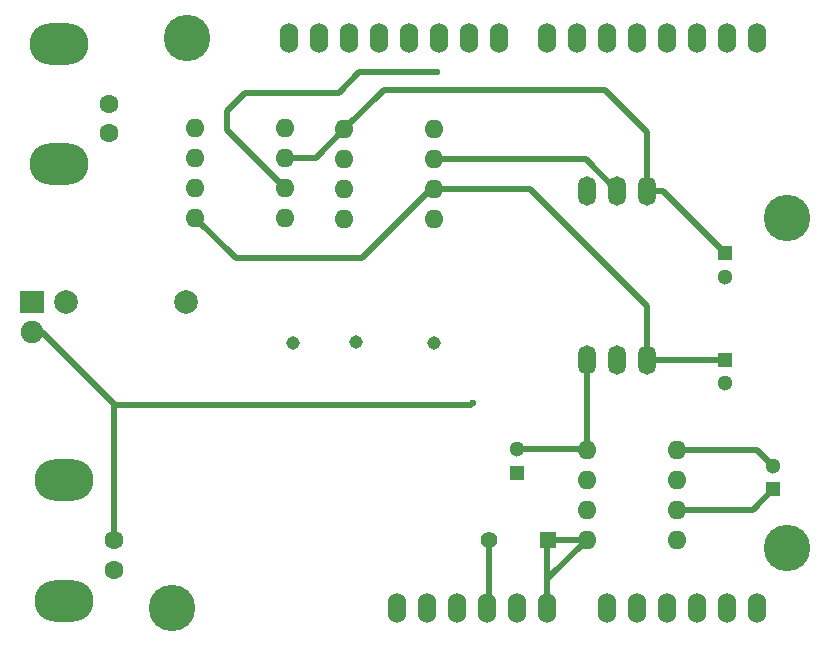
<source format=gtl>
G04 #@! TF.FileFunction,Copper,L1,Top,Signal*
%FSLAX46Y46*%
G04 Gerber Fmt 4.6, Leading zero omitted, Abs format (unit mm)*
G04 Created by KiCad (PCBNEW 4.0.2+dfsg1-stable) date Fri 22 Sep 2017 10:08:28 AM EDT*
%MOMM*%
G01*
G04 APERTURE LIST*
%ADD10C,0.100000*%
%ADD11R,1.300000X1.300000*%
%ADD12C,1.300000*%
%ADD13R,1.400000X1.400000*%
%ADD14C,1.400000*%
%ADD15R,2.000000X1.900000*%
%ADD16C,1.900000*%
%ADD17O,5.001260X3.500120*%
%ADD18C,1.600200*%
%ADD19C,1.998980*%
%ADD20O,1.524000X2.540000*%
%ADD21C,3.937000*%
%ADD22O,1.600000X1.600000*%
%ADD23O,1.501140X2.499360*%
%ADD24C,1.143000*%
%ADD25C,0.600000*%
%ADD26C,0.500000*%
%ADD27C,0.250000*%
G04 APERTURE END LIST*
D10*
D11*
X213360000Y-92392500D03*
D12*
X213360000Y-90392500D03*
D11*
X191643000Y-90995500D03*
D12*
X191643000Y-88995500D03*
D13*
X194310000Y-96647000D03*
D14*
X189310000Y-96647000D03*
D11*
X209296000Y-72390000D03*
D12*
X209296000Y-74390000D03*
D11*
X209296000Y-81407000D03*
D12*
X209296000Y-83407000D03*
D15*
X150558500Y-76517500D03*
D16*
X150558500Y-79057500D03*
D17*
X152882600Y-64851280D03*
X152882600Y-54653180D03*
D18*
X157147260Y-59753500D03*
X157147260Y-62252860D03*
D17*
X153263600Y-101808280D03*
X153263600Y-91610180D03*
D18*
X157528260Y-96710500D03*
X157528260Y-99209860D03*
D19*
X153479500Y-76517500D03*
X163639500Y-76517500D03*
D20*
X212001100Y-102463600D03*
X209461100Y-102463600D03*
X206921100Y-102463600D03*
X199301100Y-102463600D03*
X201841100Y-102463600D03*
X204381100Y-102463600D03*
X194221100Y-102463600D03*
X191681100Y-102463600D03*
X189141100Y-102463600D03*
X184061100Y-102463600D03*
X181521100Y-102463600D03*
X212001100Y-54203600D03*
X209461100Y-54203600D03*
X206921100Y-54203600D03*
X204381100Y-54203600D03*
X201841100Y-54203600D03*
X199301100Y-54203600D03*
X196761100Y-54203600D03*
X194221100Y-54203600D03*
X190157100Y-54203600D03*
X187617100Y-54203600D03*
X185077100Y-54203600D03*
X182537100Y-54203600D03*
X179997100Y-54203600D03*
X177457100Y-54203600D03*
X174917100Y-54203600D03*
X172377100Y-54203600D03*
X186601100Y-102463600D03*
D21*
X214541100Y-97383600D03*
X214541100Y-69443600D03*
X163741100Y-54203600D03*
X162471100Y-102463600D03*
D22*
X164401500Y-61785500D03*
X164401500Y-64325500D03*
X164401500Y-66865500D03*
X164401500Y-69405500D03*
X172021500Y-69405500D03*
X172021500Y-66865500D03*
X172021500Y-64325500D03*
X172021500Y-61785500D03*
X205168500Y-96647000D03*
X205168500Y-94107000D03*
X205168500Y-91567000D03*
X205168500Y-89027000D03*
X197548500Y-89027000D03*
X197548500Y-91567000D03*
X197548500Y-94107000D03*
X197548500Y-96647000D03*
X184658000Y-69532500D03*
X184658000Y-66992500D03*
X184658000Y-64452500D03*
X184658000Y-61912500D03*
X177038000Y-61912500D03*
X177038000Y-64452500D03*
X177038000Y-66992500D03*
X177038000Y-69532500D03*
D23*
X200152000Y-67119500D03*
X197612000Y-67119500D03*
X202692000Y-67119500D03*
X200088500Y-81407000D03*
X197548500Y-81407000D03*
X202628500Y-81407000D03*
D24*
X172656500Y-80010000D03*
X178054000Y-79946500D03*
X184658000Y-80010000D03*
D25*
X187960000Y-85090000D03*
X184848500Y-57086500D03*
D26*
X205168500Y-94107000D02*
X211645500Y-94107000D01*
X211645500Y-94107000D02*
X213360000Y-92392500D01*
X205168500Y-89027000D02*
X211994500Y-89027000D01*
X211994500Y-89027000D02*
X213360000Y-90392500D01*
X189310000Y-96647000D02*
X189310000Y-102294700D01*
D27*
X189310000Y-102294700D02*
X189141100Y-102463600D01*
D26*
X184658000Y-64452500D02*
X197485000Y-64452500D01*
X197485000Y-64452500D02*
X200152000Y-67119500D01*
X191643000Y-88995500D02*
X197517000Y-88995500D01*
D27*
X197517000Y-88995500D02*
X197548500Y-89027000D01*
D26*
X197548500Y-89027000D02*
X197548500Y-81407000D01*
X172021500Y-64325500D02*
X174625000Y-64325500D01*
X174625000Y-64325500D02*
X177038000Y-61912500D01*
X202692000Y-67119500D02*
X202692000Y-62166500D01*
X180403500Y-58547000D02*
X177038000Y-61912500D01*
X199072500Y-58547000D02*
X180403500Y-58547000D01*
X202692000Y-62166500D02*
X199072500Y-58547000D01*
X202692000Y-67119500D02*
X204025500Y-67119500D01*
X204025500Y-67119500D02*
X209296000Y-72390000D01*
D27*
X184658000Y-66992500D02*
X184340500Y-66992500D01*
D26*
X184340500Y-66992500D02*
X178498500Y-72834500D01*
X167830500Y-72834500D02*
X164401500Y-69405500D01*
X178498500Y-72834500D02*
X167830500Y-72834500D01*
X202628500Y-81407000D02*
X202628500Y-76835000D01*
X192786000Y-66992500D02*
X184658000Y-66992500D01*
X202628500Y-76835000D02*
X192786000Y-66992500D01*
X202628500Y-81407000D02*
X209296000Y-81407000D01*
D27*
X187960000Y-85090000D02*
X187769500Y-85280500D01*
D26*
X187769500Y-85280500D02*
X157528260Y-85280500D01*
D27*
X150558500Y-79057500D02*
X151447500Y-79057500D01*
D26*
X151447500Y-79057500D02*
X157528260Y-85138260D01*
D27*
X157528260Y-85138260D02*
X157528260Y-85280500D01*
D26*
X157528260Y-85280500D02*
X157528260Y-96710500D01*
X197548500Y-96647000D02*
X194310000Y-96647000D01*
X194221100Y-102463600D02*
X194221100Y-96735900D01*
D27*
X194221100Y-96735900D02*
X194310000Y-96647000D01*
X194221100Y-102463600D02*
X194221100Y-99974400D01*
D26*
X194221100Y-99974400D02*
X197548500Y-96647000D01*
X172021500Y-66865500D02*
X167132000Y-61976000D01*
X178308000Y-57086500D02*
X184848500Y-57086500D01*
X176593500Y-58801000D02*
X178308000Y-57086500D01*
X168656000Y-58801000D02*
X176593500Y-58801000D01*
X167132000Y-60325000D02*
X168656000Y-58801000D01*
X167132000Y-61976000D02*
X167132000Y-60325000D01*
M02*

</source>
